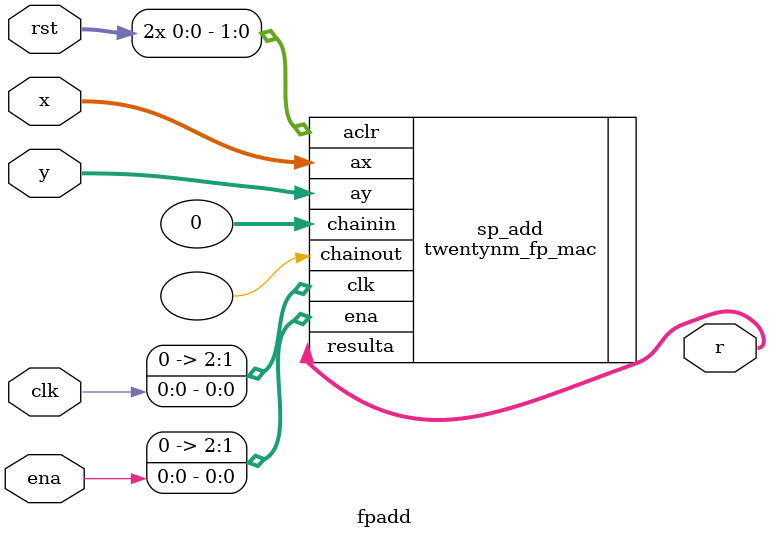
<source format=v>
module fpadd
#(parameter DW = 32   , // datawidth
  parameter RI = 0    , // register inputs
  parameter RP = 1    , // register pipeline
  parameter RO = 1    , // register output
  parameter OP = "ADD" // operation: "ADD"/"SUB"
)(
  input           clk,  // global clock
  input           ena,  // registers enable
  input           rst,  // async reset
  input  [DW-1:0] x  ,  // input x
  input  [DW-1:0] y  ,  // input y
  output [DW-1:0] r     // result
);

twentynm_fp_mac  #(
  .ax_clock(RI?"0":"NONE"),
  .ay_clock(RI?"0":"NONE"),
  .az_clock("NONE"),
  .output_clock(RO?"0":"NONE"),
  .accumulate_clock("NONE"),
  .ax_chainin_pl_clock("NONE"),
  .accum_pipeline_clock("NONE"),
  .mult_pipeline_clock("NONE"),
  .adder_input_clock(RP?"0":"NONE"),
  .accum_adder_clock("NONE"),
  .use_chainin("false"),
  .operation_mode("sp_add"),
  .adder_subtract((OP=="ADD")?"false":"true")
) sp_add (
  .clk({1'b0,1'b0,clk}),
  .ena({1'b0,1'b0,ena}),
  .aclr({rst,rst}),
  .ax(x),
  .ay(y),
  .chainin(32'b0),
  .resulta(r),
  .chainout()
);

endmodule

</source>
